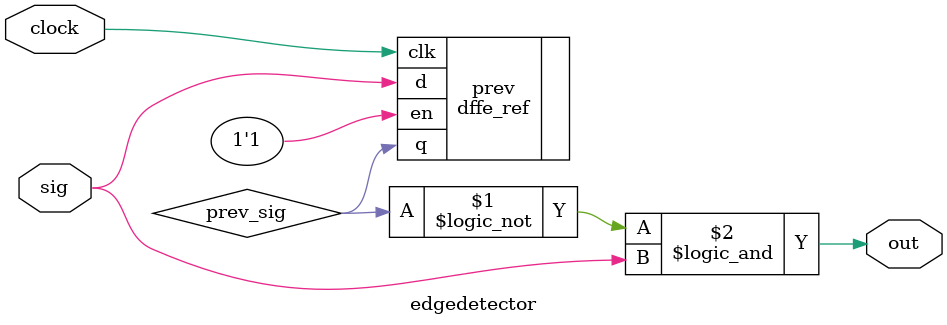
<source format=v>
module counter #(
    parameter WIDTH = 5 ) (
    output[WIDTH-1:0] count,
    input clr,
    input clk );

    wire[WIDTH-1:0] Q, D;
    assign D = ~Q;
    assign count = Q;
    wire[WIDTH-1:0] enable;
    assign enable[0] = 1'b1;

    genvar i;

    for(i = 1; i < WIDTH; i = i + 1) begin
        assign enable[i] = &Q[i-1:0];
    end

    for(i = 0; i < WIDTH; i = i + 1) begin
        dffe_ref tff(.q(Q[i]), .d(D[i]), .clk(clk), .en(enable[i]), .clr(clr));
    end
endmodule

module rShiftReg #(
    parameter WIDTH = 32 ) (
    output[WIDTH-1:0] q,
    input[WIDTH-1:0] init,
    input shin, // shift in
    input clk,
    input clr,
    input en );
    
    wire[WIDTH-1:0] d;
    assign d[WIDTH-1] = shin;
    assign d[WIDTH-2:0] = q[WIDTH-1:1];

    genvar i;
    generate
        for(i = 0; i < WIDTH; i = i + 1) begin
            dffe_init dff(
                .q(q[i]), .d(d[i]), 
                .clk(clk), .en(en), 
                .clr(clr), .init(init[i])
            );
        end    
    endgenerate
endmodule

module lShiftReg #(
    parameter WIDTH = 32) (
    output[WIDTH-1:0] q,
    input[WIDTH-1:0] init,
    input shin, // shift in
    input clk,
    input clr,
    input en );
    
    wire[WIDTH-1:0] d;
    assign d[0] = shin;
    assign d[WIDTH-1:1] = q[WIDTH-2:0];

    genvar i;
    generate
        for(i = 0; i < WIDTH; i = i + 1) begin
            dffe_init dff(
                .q(q[i]), .d(d[i]), 
                .clk(clk), .en(en), 
                .clr(clr), .init(init[i])
            );
        end    
    endgenerate
endmodule

module edgedetector(output out, input clock, input sig);
    wire prev_sig;
    dffe_ref prev(.q(prev_sig), .d(sig), .clk(clock), .en(1'b1));
    assign out = !prev_sig && sig;
endmodule
</source>
